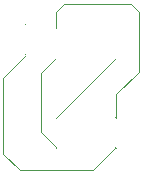
<source format=gbl>
G75*
%MOIN*%
%OFA0B0*%
%FSLAX25Y25*%
%IPPOS*%
%LPD*%
%AMOC8*
5,1,8,0,0,1.08239X$1,22.5*
%
%ADD10R,0,07400X0,07400*%
%ADD11C,0,07400*%
%ADD12C,0,01600*%
%ADD13C,0,01000*%
D10*
X0011000Y0042100D03*
X0011000Y0052100D03*
X0041000Y0021100D03*
X0041000Y0011100D03*
D11*
X0031000Y0012100D03*
X0031000Y0022100D03*
X0021000Y0021100D03*
X0021000Y0011100D03*
X0011000Y0012100D03*
X0011000Y0022100D03*
X0021000Y0041100D03*
X0021000Y0051100D03*
X0031000Y0052100D03*
X0031000Y0042100D03*
X0041000Y0041100D03*
X0041000Y0051100D03*
D12*
X0003300Y0009300D02*
X0008700Y0003900D01*
X0033300Y0003900D01*
X0040500Y0011100D01*
X0041000Y0011100D01*
X0041000Y0021100D02*
X0041000Y0029100D01*
X0048500Y0036600D01*
X0048500Y0056600D01*
X0046000Y0059100D01*
X0023500Y0059100D01*
X0021000Y0056600D01*
X0021000Y0051100D01*
X0021000Y0041100D02*
X0016000Y0036100D01*
X0016000Y0026600D01*
X0021000Y0021100D02*
X0041000Y0041100D01*
X0016000Y0016600D02*
X0021000Y0011600D01*
X0021000Y0011100D01*
X0003300Y0009300D02*
X0003300Y0034400D01*
X0011000Y0042100D01*
D13*
X0016000Y0026600D02*
X0016000Y0016600D01*
M02*

</source>
